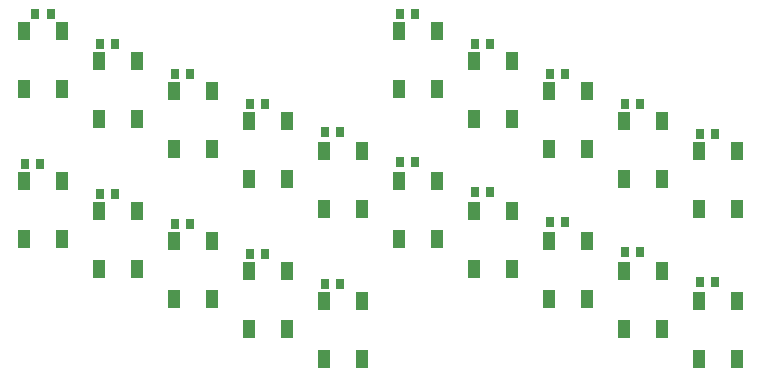
<source format=gbr>
G04 EAGLE Gerber RS-274X export*
G75*
%MOMM*%
%FSLAX34Y34*%
%LPD*%
%INSolderpaste Bottom*%
%IPPOS*%
%AMOC8*
5,1,8,0,0,1.08239X$1,22.5*%
G01*
%ADD10R,1.000000X1.500000*%
%ADD11R,0.700000X0.900000*%


D10*
X288800Y75300D03*
X320800Y75300D03*
X320800Y26300D03*
X288800Y26300D03*
X225300Y100700D03*
X257300Y100700D03*
X257300Y51700D03*
X225300Y51700D03*
X161800Y126100D03*
X193800Y126100D03*
X193800Y77100D03*
X161800Y77100D03*
X98300Y151500D03*
X130300Y151500D03*
X130300Y102500D03*
X98300Y102500D03*
X34800Y176900D03*
X66800Y176900D03*
X66800Y127900D03*
X34800Y127900D03*
X34800Y303900D03*
X66800Y303900D03*
X66800Y254900D03*
X34800Y254900D03*
X98300Y278500D03*
X130300Y278500D03*
X130300Y229500D03*
X98300Y229500D03*
X161800Y253100D03*
X193800Y253100D03*
X193800Y204100D03*
X161800Y204100D03*
X225300Y227700D03*
X257300Y227700D03*
X257300Y178700D03*
X225300Y178700D03*
X288800Y202300D03*
X320800Y202300D03*
X320800Y153300D03*
X288800Y153300D03*
X352300Y176900D03*
X384300Y176900D03*
X384300Y127900D03*
X352300Y127900D03*
X415800Y151500D03*
X447800Y151500D03*
X447800Y102500D03*
X415800Y102500D03*
X479300Y126100D03*
X511300Y126100D03*
X511300Y77100D03*
X479300Y77100D03*
X542800Y100700D03*
X574800Y100700D03*
X574800Y51700D03*
X542800Y51700D03*
X606300Y75300D03*
X638300Y75300D03*
X638300Y26300D03*
X606300Y26300D03*
X606300Y202300D03*
X638300Y202300D03*
X638300Y153300D03*
X606300Y153300D03*
X542800Y227700D03*
X574800Y227700D03*
X574800Y178700D03*
X542800Y178700D03*
X479300Y253100D03*
X511300Y253100D03*
X511300Y204100D03*
X479300Y204100D03*
X415800Y278500D03*
X447800Y278500D03*
X447800Y229500D03*
X415800Y229500D03*
X352300Y303900D03*
X384300Y303900D03*
X384300Y254900D03*
X352300Y254900D03*
D11*
X289410Y90170D03*
X302410Y90170D03*
X225910Y115570D03*
X238910Y115570D03*
X162410Y140970D03*
X175410Y140970D03*
X98910Y166370D03*
X111910Y166370D03*
X35410Y191770D03*
X48410Y191770D03*
X57300Y318770D03*
X44300Y318770D03*
X98910Y293370D03*
X111910Y293370D03*
X162410Y267970D03*
X175410Y267970D03*
X225910Y242570D03*
X238910Y242570D03*
X289410Y218440D03*
X302410Y218440D03*
X352910Y193040D03*
X365910Y193040D03*
X416410Y167640D03*
X429410Y167640D03*
X479910Y142240D03*
X492910Y142240D03*
X543410Y116840D03*
X556410Y116840D03*
X606910Y91440D03*
X619910Y91440D03*
X606910Y217170D03*
X619910Y217170D03*
X543410Y242570D03*
X556410Y242570D03*
X479910Y267970D03*
X492910Y267970D03*
X416410Y293370D03*
X429410Y293370D03*
X352910Y318770D03*
X365910Y318770D03*
M02*

</source>
